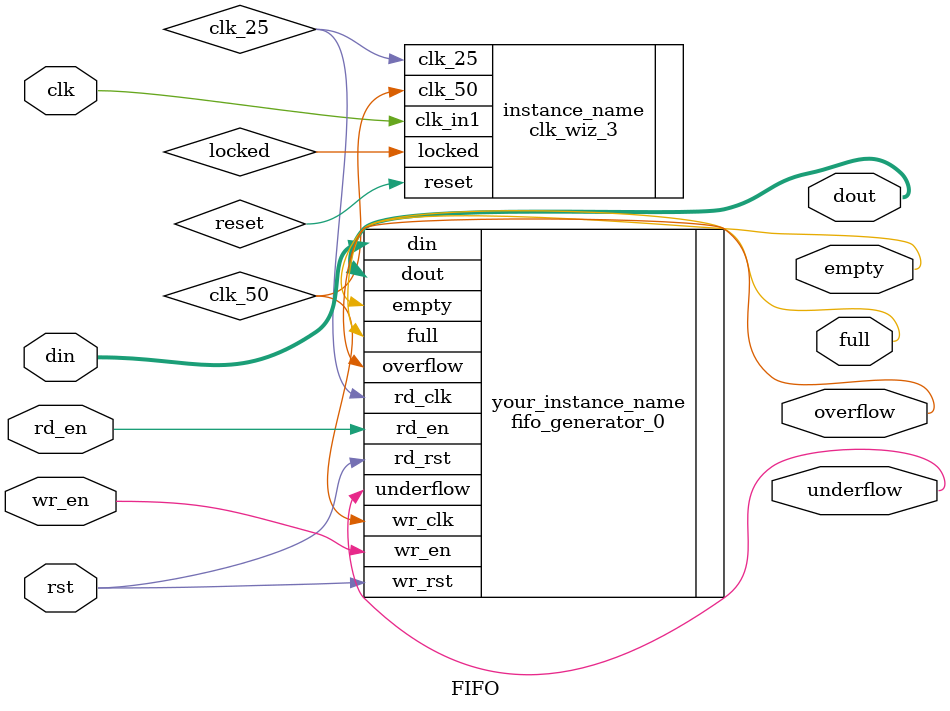
<source format=v>
`timescale 1ns / 1ps



module clock_gen
(
	input clk,
	input rst,
	output [6:0] cnt100,
	output [6:0] cnt80,
	output [6:0] cnt60	
);
	wire clk80;
	wire clk60;
	reg [6:0] cnt100_reg;
	reg [6:0] cnt80_reg;
	reg [6:0] cnt60_reg;
	
	clk_wiz_0 instance_name
	(
		// Clock out ports
		.clk_out1(clk80),     // output clk_out1 80MHz
		.clk_out2(clk60),     // output clk_out2 60MHz
		// Status and control signals
		.reset(rst), // input reset
		.locked(locked),       // output locked
	   // Clock in ports
		.clk_in1(clk)      // input clk_in1
	);
	
	always @(posedge clk) begin
		if(rst==1'b1) begin
			cnt100_reg <= 7'b0;
		end
		else if(locked ==1'b1) begin
			if(cnt100_reg < 100) begin
				cnt100_reg <= cnt100_reg + 1;
			end
			else begin
				cnt100_reg <= cnt100_reg;
			end	
		end
	end
	assign cnt100 = cnt100_reg;
	
	always @(posedge clk80) begin
		if(rst==1'b1) begin
			cnt80_reg <= 7'b0;
		end
		else if(locked ==1'b1) begin
			if(cnt80_reg < 80) begin
				cnt80_reg <= cnt80_reg + 1;
			end
			else begin
				cnt80_reg <= cnt80_reg;
			end	
		end	
	end
	assign cnt80 = cnt80_reg;
	
	always @(posedge clk60) begin
		if(rst==1'b1) begin
			cnt60_reg <= 7'b0;
		end
		else if(locked ==1'b1) begin
			if(cnt60_reg < 60) begin
				cnt60_reg <= cnt60_reg + 1;
			end
			else begin
				cnt60_reg <= cnt60_reg;
			end	
		end	
	end
	assign cnt60 = cnt60_reg;
	
endmodule	


module clock_gating
(
	input clk,
	input rst,
	output [6:0] cnt50,
	output [6:0] cnt25
);

	reg clk50_en,clk25_en;
	wire clk50,clk25;
	reg [6:0] cnt50_reg;
	reg [6:0] cnt25_reg;	

	BUFR #(					// 50MHz
	   .BUFR_DIVIDE("2"),   	
	   .SIM_DEVICE("7SERIES")   
	)
	BUFR_inst50 (
	   .O(clk50),     
	   .CE(clk50_en),   
	   .CLR(1'b0), 
	   .I(clk)       
	);	

	BUFR #(					// 25MHz
	   .BUFR_DIVIDE("4"),   	
	   .SIM_DEVICE("7SERIES")  
	)
	BUFR_inst25 (
	   .O(clk25),      
	   .CE(clk25_en),    // 1-bit input: Active high, clock enable (Divided modes only)
	   .CLR(1'b0), // 1-bit input: Active high, asynchronous clear (Divided modes only)
	   .I(clk)       
	);	
	
	always @(posedge clk50, posedge rst) begin
		if(rst==1'b1) begin
			clk50_en <= 1'b1;
			cnt50_reg <= 7'b0;
		end
		else if(clk50_en == 1'b1)begin
			if(cnt50_reg < 50) begin
				cnt50_reg <= cnt50_reg + 1;
			end
			else begin
				clk50_en <= 1'b0;	
			end	
		end	
	end
	assign cnt50 = cnt50_reg;
	
	always @(posedge clk25, posedge rst) begin
		if(rst==1'b1) begin
			clk25_en <= 1'b1;
			cnt25_reg <= 7'b0;
		end
		else if(clk25_en == 1'b1)begin
			if(cnt25_reg < 25) begin
				cnt25_reg <= cnt25_reg + 1;
			end
			else begin
				clk25_en <= 1'b0;
			end
		end	
	end
	assign cnt25 = cnt25_reg;
endmodule		

module block_ram
(
	input clka,
	input wea,
	input [3:0] addra,
	input [7:0] dina,
	output [7:0] douta
);

	wire clk_50;
	blk_mem_gen_0 your_instance_name 
	(
	  .clka(clk_50),    // input wire clka
	  .wea(wea),      // input wire [0 : 0] wea
	  .addra(addra),  // input wire [3 : 0] addra
	  .dina(dina),    // input wire [7 : 0] dina
	  .douta(douta)  // output wire [7 : 0] douta
	);

   clk_wiz_2 instance_name
   (
    // Clock out ports
    .clk_50(clk_50),     // output clk_50
    // Status and control signals
    .reset(reset), // input reset
    .locked(locked),       // output locked
   // Clock in ports
    .clk_in1(clka)      // input clk_in1
	);
	
endmodule	


module FIFO
(
	input clk,
	input rst,
	input wr_en,
	input rd_en,
	input [7:0] din,
	output [7:0] dout,
	output empty,
	output full,
	output overflow,
	output underflow

);

	wire clk_50,clk_25;

	fifo_generator_0 your_instance_name 
	(
	  .wr_clk(clk_50),        // input wire wr_clk
	  .wr_rst(rst),        // input wire wr_rst
	  .rd_clk(clk_25),        // input wire rd_clk
	  .rd_rst(rst),        // input wire rd_rst
	  .din(din),              // input wire [7 : 0] din
	  .wr_en(wr_en),          // input wire wr_en
	  .rd_en(rd_en),          // input wire rd_en
	  .dout(dout),            // output wire [7 : 0] dout
	  .full(full),            // output wire full
	  .overflow(overflow),    // output wire overflow
	  .empty(empty),          // output wire empty
	  .underflow(underflow)  // output wire underflow
	);
	
	
   clk_wiz_3 instance_name
   (
    // Clock out ports
    .clk_50(clk_50),     // output clk_50
    .clk_25(clk_25),     // output clk_25
    // Status and control signals
    .reset(reset), // input reset
    .locked(locked),       // output locked
   // Clock in ports
    .clk_in1(clk)      // input clk_in1
	);	
	
endmodule	
</source>
